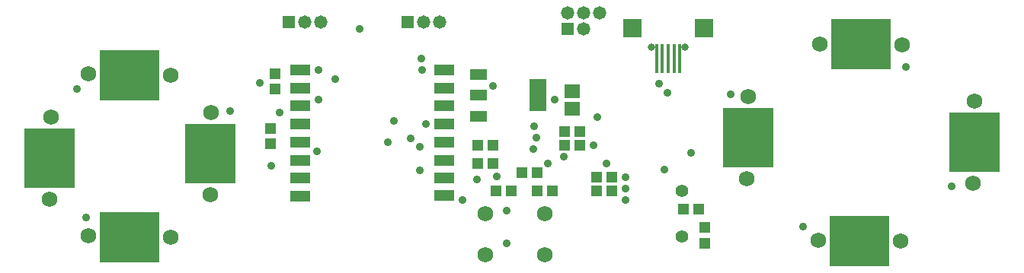
<source format=gts>
%FSLAX25Y25*%
%MOIN*%
G70*
G01*
G75*
G04 Layer_Color=8388736*
%ADD10C,0.05000*%
%ADD11R,0.03937X0.04331*%
%ADD12R,0.04331X0.03937*%
%ADD13R,0.07874X0.03937*%
%ADD14R,0.00984X0.11811*%
%ADD15R,0.07480X0.07480*%
%ADD16R,0.06890X0.04331*%
%ADD17R,0.06890X0.04331*%
%ADD18R,0.06890X0.13583*%
%ADD19R,0.05906X0.05118*%
%ADD20C,0.06000*%
%ADD21C,0.01969*%
%ADD22C,0.01000*%
%ADD23C,0.01181*%
%ADD24R,0.05000X0.04724*%
%ADD25C,0.02500*%
%ADD26R,0.05000X0.05000*%
%ADD27C,0.04724*%
%ADD28C,0.02756*%
%ADD29R,0.11811X0.03937*%
%ADD30R,0.05709X0.02165*%
%ADD31R,0.05709X0.02165*%
%ADD32R,0.03740X0.03937*%
%ADD33R,0.03937X0.03740*%
%ADD34O,0.09843X0.02756*%
%ADD35R,0.03937X0.11811*%
%ADD36C,0.00984*%
%ADD37C,0.00787*%
%ADD38C,0.00500*%
%ADD39R,0.26000X0.22000*%
%ADD40R,0.22000X0.26000*%
%ADD41C,0.05800*%
%ADD42R,0.04737X0.05131*%
%ADD43R,0.05131X0.04737*%
%ADD44R,0.08674X0.04737*%
%ADD45R,0.01784X0.12611*%
%ADD46R,0.08280X0.08280*%
%ADD47R,0.07690X0.05131*%
%ADD48R,0.07690X0.05131*%
%ADD49R,0.07690X0.14383*%
%ADD50R,0.06706X0.05918*%
%ADD51C,0.06800*%
%ADD52R,0.05800X0.05524*%
%ADD53C,0.03300*%
%ADD54R,0.05800X0.05800*%
%ADD55C,0.05524*%
%ADD56C,0.03556*%
D39*
X485720Y250000D02*
D03*
X486500Y336614D02*
D03*
X166350Y251969D02*
D03*
Y322835D02*
D03*
D40*
X536000Y293500D02*
D03*
X437008Y295501D02*
D03*
X131350Y286500D02*
D03*
X201575Y288500D02*
D03*
D41*
X358000Y350000D02*
D03*
X365000Y343000D02*
D03*
X372000Y350000D02*
D03*
X365000D02*
D03*
X250173Y346000D02*
D03*
X243087D02*
D03*
X295087D02*
D03*
X302173D02*
D03*
D42*
X230000Y323346D02*
D03*
Y316654D02*
D03*
X228000Y299346D02*
D03*
Y292654D02*
D03*
X418000Y249307D02*
D03*
Y256000D02*
D03*
D43*
X377346Y278000D02*
D03*
X370654D02*
D03*
X377346Y272000D02*
D03*
X370654D02*
D03*
X318588Y292251D02*
D03*
X325281D02*
D03*
X344654Y272000D02*
D03*
X351346D02*
D03*
X333346D02*
D03*
X326654D02*
D03*
X363346Y298000D02*
D03*
X356654D02*
D03*
Y292000D02*
D03*
X363346D02*
D03*
X337912Y280000D02*
D03*
X344605D02*
D03*
X325346Y284000D02*
D03*
X318654D02*
D03*
X408654Y264000D02*
D03*
X415346D02*
D03*
D44*
X304000Y317165D02*
D03*
Y309331D02*
D03*
Y301417D02*
D03*
Y293386D02*
D03*
Y285630D02*
D03*
Y277756D02*
D03*
Y270000D02*
D03*
X241008Y269882D02*
D03*
Y277677D02*
D03*
Y285630D02*
D03*
Y293425D02*
D03*
Y301535D02*
D03*
Y309488D02*
D03*
Y317205D02*
D03*
Y325236D02*
D03*
X304000Y325079D02*
D03*
D45*
X407118Y330315D02*
D03*
X404559D02*
D03*
X402000D02*
D03*
X399441D02*
D03*
X396882D02*
D03*
D46*
X417551Y343535D02*
D03*
X386449D02*
D03*
D47*
X319106Y323055D02*
D03*
D48*
Y314000D02*
D03*
Y304945D02*
D03*
D49*
X344894Y314000D02*
D03*
D50*
X360000Y308260D02*
D03*
Y315740D02*
D03*
D51*
X503720Y250000D02*
D03*
X467720Y250500D02*
D03*
X535500Y275500D02*
D03*
X536000Y311500D02*
D03*
X437008Y313500D02*
D03*
X436508Y277500D02*
D03*
X504500Y336114D02*
D03*
X468500Y336614D02*
D03*
X184350Y251969D02*
D03*
X148350Y252469D02*
D03*
X131850Y304500D02*
D03*
X131350Y268500D02*
D03*
X201575Y270500D02*
D03*
X202075Y306500D02*
D03*
X148350Y323335D02*
D03*
X184350Y322835D02*
D03*
X322016Y244087D02*
D03*
Y262000D02*
D03*
X348000D02*
D03*
Y244087D02*
D03*
D52*
X358000Y343000D02*
D03*
D53*
X409480Y335071D02*
D03*
X394520D02*
D03*
D54*
X236000Y346000D02*
D03*
X288000D02*
D03*
D55*
X408000Y272000D02*
D03*
Y252000D02*
D03*
D56*
X352500Y312000D02*
D03*
X412000Y288803D02*
D03*
X401750Y315250D02*
D03*
X143335Y316835D02*
D03*
X228500Y283000D02*
D03*
X232000Y306500D02*
D03*
X293500Y281000D02*
D03*
Y291500D02*
D03*
X210500Y307000D02*
D03*
X267000Y343000D02*
D03*
X249000Y325000D02*
D03*
X256500Y321000D02*
D03*
X147500Y260500D02*
D03*
X282000Y302742D02*
D03*
X279500Y293500D02*
D03*
X249000Y312000D02*
D03*
X289500Y295000D02*
D03*
X296083Y301417D02*
D03*
X248500Y289500D02*
D03*
X223500Y319500D02*
D03*
X325500Y318000D02*
D03*
X371000Y304500D02*
D03*
X344500Y295500D02*
D03*
X526000Y274000D02*
D03*
X343500Y300500D02*
D03*
X331500Y263500D02*
D03*
Y249000D02*
D03*
X429500Y314500D02*
D03*
X318500Y277000D02*
D03*
X506000Y326500D02*
D03*
X294000Y330000D02*
D03*
X461000Y256500D02*
D03*
X375000Y284000D02*
D03*
X356500Y287000D02*
D03*
X343000Y290500D02*
D03*
X312000Y268000D02*
D03*
X327000Y278500D02*
D03*
X349500Y284000D02*
D03*
X294500Y325000D02*
D03*
X369500Y292000D02*
D03*
X383500Y278000D02*
D03*
Y273000D02*
D03*
Y268000D02*
D03*
X398000Y319000D02*
D03*
X400500Y281500D02*
D03*
M02*

</source>
